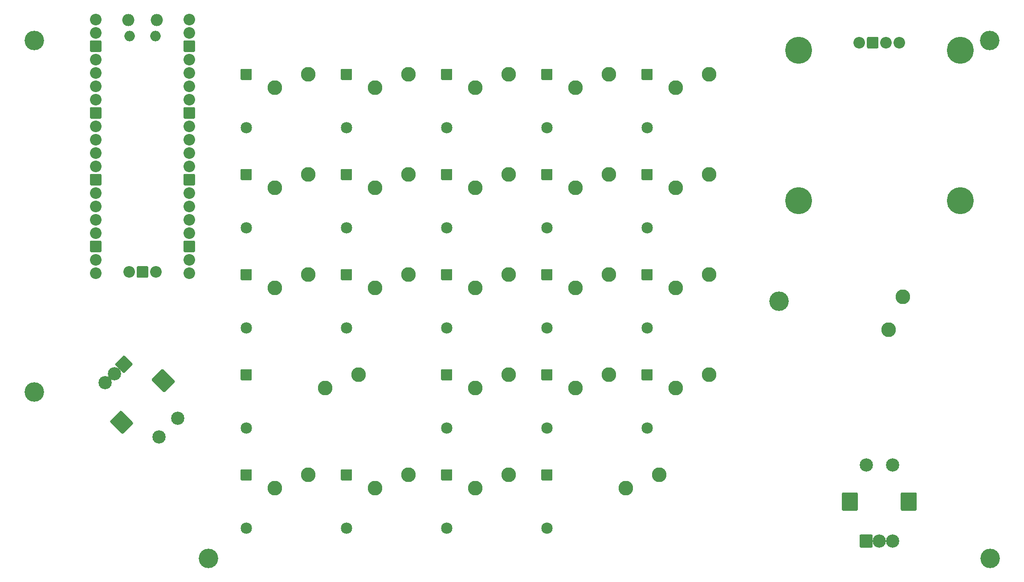
<source format=gbs>
%TF.GenerationSoftware,KiCad,Pcbnew,(5.1.10-1-10_14)*%
%TF.CreationDate,2021-11-02T16:22:22+01:00*%
%TF.ProjectId,blastpad,626c6173-7470-4616-942e-6b696361645f,rev?*%
%TF.SameCoordinates,Original*%
%TF.FileFunction,Soldermask,Bot*%
%TF.FilePolarity,Negative*%
%FSLAX46Y46*%
G04 Gerber Fmt 4.6, Leading zero omitted, Abs format (unit mm)*
G04 Created by KiCad (PCBNEW (5.1.10-1-10_14)) date 2021-11-02 16:22:22*
%MOMM*%
%LPD*%
G01*
G04 APERTURE LIST*
%ADD10C,3.708000*%
%ADD11C,2.159000*%
%ADD12C,2.208000*%
%ADD13C,5.128000*%
%ADD14O,2.208000X2.208000*%
%ADD15O,2.008000X2.008000*%
%ADD16O,2.308000X2.308000*%
%ADD17C,2.794000*%
%ADD18C,2.508000*%
G04 APERTURE END LIST*
D10*
%TO.C,M3*%
X512120000Y-127010000D03*
%TD*%
%TO.C,M3*%
X363542135Y-127010000D03*
%TD*%
D11*
%TO.C,D4:4*%
X446900000Y-45080000D03*
G36*
G01*
X447725500Y-35999500D02*
X446074500Y-35999500D01*
G75*
G02*
X445820500Y-35745500I0J254000D01*
G01*
X445820500Y-34094500D01*
G75*
G02*
X446074500Y-33840500I254000J0D01*
G01*
X447725500Y-33840500D01*
G75*
G02*
X447979500Y-34094500I0J-254000D01*
G01*
X447979500Y-35745500D01*
G75*
G02*
X447725500Y-35999500I-254000J0D01*
G01*
G37*
%TD*%
%TO.C,D4:3*%
X427850000Y-45080000D03*
G36*
G01*
X428675500Y-35999500D02*
X427024500Y-35999500D01*
G75*
G02*
X426770500Y-35745500I0J254000D01*
G01*
X426770500Y-34094500D01*
G75*
G02*
X427024500Y-33840500I254000J0D01*
G01*
X428675500Y-33840500D01*
G75*
G02*
X428929500Y-34094500I0J-254000D01*
G01*
X428929500Y-35745500D01*
G75*
G02*
X428675500Y-35999500I-254000J0D01*
G01*
G37*
%TD*%
%TO.C,D4:2*%
X408800000Y-45080000D03*
G36*
G01*
X409625500Y-35999500D02*
X407974500Y-35999500D01*
G75*
G02*
X407720500Y-35745500I0J254000D01*
G01*
X407720500Y-34094500D01*
G75*
G02*
X407974500Y-33840500I254000J0D01*
G01*
X409625500Y-33840500D01*
G75*
G02*
X409879500Y-34094500I0J-254000D01*
G01*
X409879500Y-35745500D01*
G75*
G02*
X409625500Y-35999500I-254000J0D01*
G01*
G37*
%TD*%
%TO.C,D4:1*%
X389750000Y-45080000D03*
G36*
G01*
X390575500Y-35999500D02*
X388924500Y-35999500D01*
G75*
G02*
X388670500Y-35745500I0J254000D01*
G01*
X388670500Y-34094500D01*
G75*
G02*
X388924500Y-33840500I254000J0D01*
G01*
X390575500Y-33840500D01*
G75*
G02*
X390829500Y-34094500I0J-254000D01*
G01*
X390829500Y-35745500D01*
G75*
G02*
X390575500Y-35999500I-254000J0D01*
G01*
G37*
%TD*%
%TO.C,D4:0*%
X370700000Y-45080000D03*
G36*
G01*
X371525500Y-35999500D02*
X369874500Y-35999500D01*
G75*
G02*
X369620500Y-35745500I0J254000D01*
G01*
X369620500Y-34094500D01*
G75*
G02*
X369874500Y-33840500I254000J0D01*
G01*
X371525500Y-33840500D01*
G75*
G02*
X371779500Y-34094500I0J-254000D01*
G01*
X371779500Y-35745500D01*
G75*
G02*
X371525500Y-35999500I-254000J0D01*
G01*
G37*
%TD*%
%TO.C,D3:4*%
X446900000Y-64130000D03*
G36*
G01*
X447725500Y-55049500D02*
X446074500Y-55049500D01*
G75*
G02*
X445820500Y-54795500I0J254000D01*
G01*
X445820500Y-53144500D01*
G75*
G02*
X446074500Y-52890500I254000J0D01*
G01*
X447725500Y-52890500D01*
G75*
G02*
X447979500Y-53144500I0J-254000D01*
G01*
X447979500Y-54795500D01*
G75*
G02*
X447725500Y-55049500I-254000J0D01*
G01*
G37*
%TD*%
%TO.C,D3:3*%
X427850000Y-64130000D03*
G36*
G01*
X428675500Y-55049500D02*
X427024500Y-55049500D01*
G75*
G02*
X426770500Y-54795500I0J254000D01*
G01*
X426770500Y-53144500D01*
G75*
G02*
X427024500Y-52890500I254000J0D01*
G01*
X428675500Y-52890500D01*
G75*
G02*
X428929500Y-53144500I0J-254000D01*
G01*
X428929500Y-54795500D01*
G75*
G02*
X428675500Y-55049500I-254000J0D01*
G01*
G37*
%TD*%
%TO.C,D3:2*%
X408800000Y-64130000D03*
G36*
G01*
X409625500Y-55049500D02*
X407974500Y-55049500D01*
G75*
G02*
X407720500Y-54795500I0J254000D01*
G01*
X407720500Y-53144500D01*
G75*
G02*
X407974500Y-52890500I254000J0D01*
G01*
X409625500Y-52890500D01*
G75*
G02*
X409879500Y-53144500I0J-254000D01*
G01*
X409879500Y-54795500D01*
G75*
G02*
X409625500Y-55049500I-254000J0D01*
G01*
G37*
%TD*%
%TO.C,D3:1*%
X389750000Y-64130000D03*
G36*
G01*
X390575500Y-55049500D02*
X388924500Y-55049500D01*
G75*
G02*
X388670500Y-54795500I0J254000D01*
G01*
X388670500Y-53144500D01*
G75*
G02*
X388924500Y-52890500I254000J0D01*
G01*
X390575500Y-52890500D01*
G75*
G02*
X390829500Y-53144500I0J-254000D01*
G01*
X390829500Y-54795500D01*
G75*
G02*
X390575500Y-55049500I-254000J0D01*
G01*
G37*
%TD*%
%TO.C,D3:0*%
X370700000Y-64130000D03*
G36*
G01*
X371525500Y-55049500D02*
X369874500Y-55049500D01*
G75*
G02*
X369620500Y-54795500I0J254000D01*
G01*
X369620500Y-53144500D01*
G75*
G02*
X369874500Y-52890500I254000J0D01*
G01*
X371525500Y-52890500D01*
G75*
G02*
X371779500Y-53144500I0J-254000D01*
G01*
X371779500Y-54795500D01*
G75*
G02*
X371525500Y-55049500I-254000J0D01*
G01*
G37*
%TD*%
%TO.C,D2:4*%
X446900000Y-83180000D03*
G36*
G01*
X447725500Y-74099500D02*
X446074500Y-74099500D01*
G75*
G02*
X445820500Y-73845500I0J254000D01*
G01*
X445820500Y-72194500D01*
G75*
G02*
X446074500Y-71940500I254000J0D01*
G01*
X447725500Y-71940500D01*
G75*
G02*
X447979500Y-72194500I0J-254000D01*
G01*
X447979500Y-73845500D01*
G75*
G02*
X447725500Y-74099500I-254000J0D01*
G01*
G37*
%TD*%
%TO.C,D2:3*%
X427850000Y-83180000D03*
G36*
G01*
X428675500Y-74099500D02*
X427024500Y-74099500D01*
G75*
G02*
X426770500Y-73845500I0J254000D01*
G01*
X426770500Y-72194500D01*
G75*
G02*
X427024500Y-71940500I254000J0D01*
G01*
X428675500Y-71940500D01*
G75*
G02*
X428929500Y-72194500I0J-254000D01*
G01*
X428929500Y-73845500D01*
G75*
G02*
X428675500Y-74099500I-254000J0D01*
G01*
G37*
%TD*%
%TO.C,D2:2*%
X408800000Y-83180000D03*
G36*
G01*
X409625500Y-74099500D02*
X407974500Y-74099500D01*
G75*
G02*
X407720500Y-73845500I0J254000D01*
G01*
X407720500Y-72194500D01*
G75*
G02*
X407974500Y-71940500I254000J0D01*
G01*
X409625500Y-71940500D01*
G75*
G02*
X409879500Y-72194500I0J-254000D01*
G01*
X409879500Y-73845500D01*
G75*
G02*
X409625500Y-74099500I-254000J0D01*
G01*
G37*
%TD*%
%TO.C,D2:1*%
X389750000Y-83180000D03*
G36*
G01*
X390575500Y-74099500D02*
X388924500Y-74099500D01*
G75*
G02*
X388670500Y-73845500I0J254000D01*
G01*
X388670500Y-72194500D01*
G75*
G02*
X388924500Y-71940500I254000J0D01*
G01*
X390575500Y-71940500D01*
G75*
G02*
X390829500Y-72194500I0J-254000D01*
G01*
X390829500Y-73845500D01*
G75*
G02*
X390575500Y-74099500I-254000J0D01*
G01*
G37*
%TD*%
%TO.C,D2:0*%
X370700000Y-83180000D03*
G36*
G01*
X371525500Y-74099500D02*
X369874500Y-74099500D01*
G75*
G02*
X369620500Y-73845500I0J254000D01*
G01*
X369620500Y-72194500D01*
G75*
G02*
X369874500Y-71940500I254000J0D01*
G01*
X371525500Y-71940500D01*
G75*
G02*
X371779500Y-72194500I0J-254000D01*
G01*
X371779500Y-73845500D01*
G75*
G02*
X371525500Y-74099500I-254000J0D01*
G01*
G37*
%TD*%
%TO.C,D1:4*%
X446900000Y-102230000D03*
G36*
G01*
X447725500Y-93149500D02*
X446074500Y-93149500D01*
G75*
G02*
X445820500Y-92895500I0J254000D01*
G01*
X445820500Y-91244500D01*
G75*
G02*
X446074500Y-90990500I254000J0D01*
G01*
X447725500Y-90990500D01*
G75*
G02*
X447979500Y-91244500I0J-254000D01*
G01*
X447979500Y-92895500D01*
G75*
G02*
X447725500Y-93149500I-254000J0D01*
G01*
G37*
%TD*%
%TO.C,D1:3*%
X427850000Y-102230000D03*
G36*
G01*
X428675500Y-93149500D02*
X427024500Y-93149500D01*
G75*
G02*
X426770500Y-92895500I0J254000D01*
G01*
X426770500Y-91244500D01*
G75*
G02*
X427024500Y-90990500I254000J0D01*
G01*
X428675500Y-90990500D01*
G75*
G02*
X428929500Y-91244500I0J-254000D01*
G01*
X428929500Y-92895500D01*
G75*
G02*
X428675500Y-93149500I-254000J0D01*
G01*
G37*
%TD*%
%TO.C,D1:2*%
X408800000Y-102230000D03*
G36*
G01*
X409625500Y-93149500D02*
X407974500Y-93149500D01*
G75*
G02*
X407720500Y-92895500I0J254000D01*
G01*
X407720500Y-91244500D01*
G75*
G02*
X407974500Y-90990500I254000J0D01*
G01*
X409625500Y-90990500D01*
G75*
G02*
X409879500Y-91244500I0J-254000D01*
G01*
X409879500Y-92895500D01*
G75*
G02*
X409625500Y-93149500I-254000J0D01*
G01*
G37*
%TD*%
%TO.C,D1:1*%
X370700000Y-102230000D03*
G36*
G01*
X371525500Y-93149500D02*
X369874500Y-93149500D01*
G75*
G02*
X369620500Y-92895500I0J254000D01*
G01*
X369620500Y-91244500D01*
G75*
G02*
X369874500Y-90990500I254000J0D01*
G01*
X371525500Y-90990500D01*
G75*
G02*
X371779500Y-91244500I0J-254000D01*
G01*
X371779500Y-92895500D01*
G75*
G02*
X371525500Y-93149500I-254000J0D01*
G01*
G37*
%TD*%
%TO.C,D0:4*%
X427850000Y-121280000D03*
G36*
G01*
X428675500Y-112199500D02*
X427024500Y-112199500D01*
G75*
G02*
X426770500Y-111945500I0J254000D01*
G01*
X426770500Y-110294500D01*
G75*
G02*
X427024500Y-110040500I254000J0D01*
G01*
X428675500Y-110040500D01*
G75*
G02*
X428929500Y-110294500I0J-254000D01*
G01*
X428929500Y-111945500D01*
G75*
G02*
X428675500Y-112199500I-254000J0D01*
G01*
G37*
%TD*%
%TO.C,D0:2*%
X408800000Y-121280000D03*
G36*
G01*
X409625500Y-112199500D02*
X407974500Y-112199500D01*
G75*
G02*
X407720500Y-111945500I0J254000D01*
G01*
X407720500Y-110294500D01*
G75*
G02*
X407974500Y-110040500I254000J0D01*
G01*
X409625500Y-110040500D01*
G75*
G02*
X409879500Y-110294500I0J-254000D01*
G01*
X409879500Y-111945500D01*
G75*
G02*
X409625500Y-112199500I-254000J0D01*
G01*
G37*
%TD*%
%TO.C,D0:1*%
X389750000Y-121280000D03*
G36*
G01*
X390575500Y-112199500D02*
X388924500Y-112199500D01*
G75*
G02*
X388670500Y-111945500I0J254000D01*
G01*
X388670500Y-110294500D01*
G75*
G02*
X388924500Y-110040500I254000J0D01*
G01*
X390575500Y-110040500D01*
G75*
G02*
X390829500Y-110294500I0J-254000D01*
G01*
X390829500Y-111945500D01*
G75*
G02*
X390575500Y-112199500I-254000J0D01*
G01*
G37*
%TD*%
%TO.C,D0:0*%
X370700000Y-121280000D03*
G36*
G01*
X371525500Y-112199500D02*
X369874500Y-112199500D01*
G75*
G02*
X369620500Y-111945500I0J254000D01*
G01*
X369620500Y-110294500D01*
G75*
G02*
X369874500Y-110040500I254000J0D01*
G01*
X371525500Y-110040500D01*
G75*
G02*
X371779500Y-110294500I0J-254000D01*
G01*
X371779500Y-111945500D01*
G75*
G02*
X371525500Y-112199500I-254000J0D01*
G01*
G37*
%TD*%
D10*
%TO.C,M3*%
X472000000Y-78100000D03*
%TD*%
%TO.C,M3*%
X512050000Y-28500000D03*
%TD*%
%TO.C,M3*%
X330400000Y-28500000D03*
%TD*%
%TO.C,M3*%
X330400000Y-95340000D03*
%TD*%
%TO.C,DISPLAY1*%
G36*
G01*
X488706000Y-29725000D02*
X488706000Y-28025000D01*
G75*
G02*
X488960000Y-27771000I254000J0D01*
G01*
X490660000Y-27771000D01*
G75*
G02*
X490914000Y-28025000I0J-254000D01*
G01*
X490914000Y-29725000D01*
G75*
G02*
X490660000Y-29979000I-254000J0D01*
G01*
X488960000Y-29979000D01*
G75*
G02*
X488706000Y-29725000I0J254000D01*
G01*
G37*
D12*
X492350000Y-28875000D03*
X494890000Y-28875000D03*
X487270000Y-28875000D03*
D13*
X475677400Y-30333000D03*
X506482600Y-30333000D03*
X506482600Y-58907000D03*
X475677400Y-58907000D03*
%TD*%
D14*
%TO.C,MCU1*%
X353540000Y-72500000D03*
G36*
G01*
X349896000Y-73350000D02*
X349896000Y-71650000D01*
G75*
G02*
X350150000Y-71396000I254000J0D01*
G01*
X351850000Y-71396000D01*
G75*
G02*
X352104000Y-71650000I0J-254000D01*
G01*
X352104000Y-73350000D01*
G75*
G02*
X351850000Y-73604000I-254000J0D01*
G01*
X350150000Y-73604000D01*
G75*
G02*
X349896000Y-73350000I0J254000D01*
G01*
G37*
X348460000Y-72500000D03*
D15*
X353425000Y-27630000D03*
X348575000Y-27630000D03*
D16*
X353725000Y-24600000D03*
X348275000Y-24600000D03*
D14*
X359890000Y-24470000D03*
X359890000Y-27010000D03*
G36*
G01*
X358786000Y-30400000D02*
X358786000Y-28700000D01*
G75*
G02*
X359040000Y-28446000I254000J0D01*
G01*
X360740000Y-28446000D01*
G75*
G02*
X360994000Y-28700000I0J-254000D01*
G01*
X360994000Y-30400000D01*
G75*
G02*
X360740000Y-30654000I-254000J0D01*
G01*
X359040000Y-30654000D01*
G75*
G02*
X358786000Y-30400000I0J254000D01*
G01*
G37*
X359890000Y-32090000D03*
X359890000Y-34630000D03*
X359890000Y-37170000D03*
X359890000Y-39710000D03*
G36*
G01*
X358786000Y-43100000D02*
X358786000Y-41400000D01*
G75*
G02*
X359040000Y-41146000I254000J0D01*
G01*
X360740000Y-41146000D01*
G75*
G02*
X360994000Y-41400000I0J-254000D01*
G01*
X360994000Y-43100000D01*
G75*
G02*
X360740000Y-43354000I-254000J0D01*
G01*
X359040000Y-43354000D01*
G75*
G02*
X358786000Y-43100000I0J254000D01*
G01*
G37*
X359890000Y-44790000D03*
X359890000Y-47330000D03*
X359890000Y-49870000D03*
X359890000Y-52410000D03*
G36*
G01*
X358786000Y-55800000D02*
X358786000Y-54100000D01*
G75*
G02*
X359040000Y-53846000I254000J0D01*
G01*
X360740000Y-53846000D01*
G75*
G02*
X360994000Y-54100000I0J-254000D01*
G01*
X360994000Y-55800000D01*
G75*
G02*
X360740000Y-56054000I-254000J0D01*
G01*
X359040000Y-56054000D01*
G75*
G02*
X358786000Y-55800000I0J254000D01*
G01*
G37*
X359890000Y-57490000D03*
X359890000Y-60030000D03*
X359890000Y-62570000D03*
X359890000Y-65110000D03*
G36*
G01*
X358786000Y-68500000D02*
X358786000Y-66800000D01*
G75*
G02*
X359040000Y-66546000I254000J0D01*
G01*
X360740000Y-66546000D01*
G75*
G02*
X360994000Y-66800000I0J-254000D01*
G01*
X360994000Y-68500000D01*
G75*
G02*
X360740000Y-68754000I-254000J0D01*
G01*
X359040000Y-68754000D01*
G75*
G02*
X358786000Y-68500000I0J254000D01*
G01*
G37*
X359890000Y-70190000D03*
X359890000Y-72730000D03*
X342110000Y-72730000D03*
X342110000Y-70190000D03*
G36*
G01*
X341006000Y-68500000D02*
X341006000Y-66800000D01*
G75*
G02*
X341260000Y-66546000I254000J0D01*
G01*
X342960000Y-66546000D01*
G75*
G02*
X343214000Y-66800000I0J-254000D01*
G01*
X343214000Y-68500000D01*
G75*
G02*
X342960000Y-68754000I-254000J0D01*
G01*
X341260000Y-68754000D01*
G75*
G02*
X341006000Y-68500000I0J254000D01*
G01*
G37*
X342110000Y-65110000D03*
X342110000Y-62570000D03*
X342110000Y-60030000D03*
X342110000Y-57490000D03*
G36*
G01*
X341006000Y-55800000D02*
X341006000Y-54100000D01*
G75*
G02*
X341260000Y-53846000I254000J0D01*
G01*
X342960000Y-53846000D01*
G75*
G02*
X343214000Y-54100000I0J-254000D01*
G01*
X343214000Y-55800000D01*
G75*
G02*
X342960000Y-56054000I-254000J0D01*
G01*
X341260000Y-56054000D01*
G75*
G02*
X341006000Y-55800000I0J254000D01*
G01*
G37*
X342110000Y-52410000D03*
X342110000Y-49870000D03*
X342110000Y-47330000D03*
X342110000Y-44790000D03*
G36*
G01*
X341006000Y-43100000D02*
X341006000Y-41400000D01*
G75*
G02*
X341260000Y-41146000I254000J0D01*
G01*
X342960000Y-41146000D01*
G75*
G02*
X343214000Y-41400000I0J-254000D01*
G01*
X343214000Y-43100000D01*
G75*
G02*
X342960000Y-43354000I-254000J0D01*
G01*
X341260000Y-43354000D01*
G75*
G02*
X341006000Y-43100000I0J254000D01*
G01*
G37*
X342110000Y-39710000D03*
X342110000Y-37170000D03*
X342110000Y-34630000D03*
X342110000Y-32090000D03*
G36*
G01*
X341006000Y-30400000D02*
X341006000Y-28700000D01*
G75*
G02*
X341260000Y-28446000I254000J0D01*
G01*
X342960000Y-28446000D01*
G75*
G02*
X343214000Y-28700000I0J-254000D01*
G01*
X343214000Y-30400000D01*
G75*
G02*
X342960000Y-30654000I-254000J0D01*
G01*
X341260000Y-30654000D01*
G75*
G02*
X341006000Y-30400000I0J254000D01*
G01*
G37*
X342110000Y-27010000D03*
X342110000Y-24470000D03*
%TD*%
D17*
%TO.C,SW0:0*%
X376190000Y-113660000D03*
X382540000Y-111120000D03*
%TD*%
%TO.C,SW0:1*%
X395240000Y-113660000D03*
X401590000Y-111120000D03*
%TD*%
%TO.C,SW0:2*%
X414290000Y-113660000D03*
X420640000Y-111120000D03*
%TD*%
%TO.C,SW0:4*%
X442865000Y-113660000D03*
X449215000Y-111120000D03*
%TD*%
%TO.C,SW1:1*%
X385715000Y-94610000D03*
X392065000Y-92070000D03*
%TD*%
%TO.C,SW1:2*%
X414290000Y-94610000D03*
X420640000Y-92070000D03*
%TD*%
%TO.C,SW1:3*%
X433340000Y-94610000D03*
X439690000Y-92070000D03*
%TD*%
%TO.C,SW1:4*%
X452390000Y-94610000D03*
X458740000Y-92070000D03*
%TD*%
%TO.C,SW2:0*%
X376190000Y-75560000D03*
X382540000Y-73020000D03*
%TD*%
%TO.C,SW2:1*%
X395240000Y-75560000D03*
X401590000Y-73020000D03*
%TD*%
%TO.C,SW2:2*%
X414290000Y-75560000D03*
X420640000Y-73020000D03*
%TD*%
%TO.C,SW2:3*%
X433340000Y-75560000D03*
X439690000Y-73020000D03*
%TD*%
%TO.C,SW2:4*%
X452390000Y-75560000D03*
X458740000Y-73020000D03*
%TD*%
%TO.C,SW3:0*%
X376190000Y-56510000D03*
X382540000Y-53970000D03*
%TD*%
%TO.C,SW3:1*%
X395240000Y-56510000D03*
X401590000Y-53970000D03*
%TD*%
%TO.C,SW3:2*%
X414290000Y-56510000D03*
X420640000Y-53970000D03*
%TD*%
%TO.C,SW3:3*%
X433340000Y-56510000D03*
X439690000Y-53970000D03*
%TD*%
%TO.C,SW3:4*%
X452390000Y-56510000D03*
X458740000Y-53970000D03*
%TD*%
%TO.C,SW4:0*%
X376190000Y-37460000D03*
X382540000Y-34920000D03*
%TD*%
%TO.C,SW4:1*%
X395240000Y-37460000D03*
X401590000Y-34920000D03*
%TD*%
%TO.C,SW4:2*%
X414290000Y-37460000D03*
X420640000Y-34920000D03*
%TD*%
%TO.C,SW4:3*%
X433340000Y-37460000D03*
X439690000Y-34920000D03*
%TD*%
%TO.C,SW4:4*%
X452390000Y-37460000D03*
X458740000Y-34920000D03*
%TD*%
%TO.C,SW:WHEEL1*%
X495540128Y-77201974D03*
X492846051Y-83488154D03*
%TD*%
%TO.C,EN1*%
G36*
G01*
X489550000Y-124954000D02*
X487550000Y-124954000D01*
G75*
G02*
X487296000Y-124700000I0J254000D01*
G01*
X487296000Y-122700000D01*
G75*
G02*
X487550000Y-122446000I254000J0D01*
G01*
X489550000Y-122446000D01*
G75*
G02*
X489804000Y-122700000I0J-254000D01*
G01*
X489804000Y-124700000D01*
G75*
G02*
X489550000Y-124954000I-254000J0D01*
G01*
G37*
D18*
X491050000Y-123700000D03*
X493550000Y-123700000D03*
G36*
G01*
X486700001Y-117954000D02*
X484199999Y-117954000D01*
G75*
G02*
X483946000Y-117700001I0J253999D01*
G01*
X483946000Y-114699999D01*
G75*
G02*
X484199999Y-114446000I253999J0D01*
G01*
X486700001Y-114446000D01*
G75*
G02*
X486954000Y-114699999I0J-253999D01*
G01*
X486954000Y-117700001D01*
G75*
G02*
X486700001Y-117954000I-253999J0D01*
G01*
G37*
G36*
G01*
X497900001Y-117954000D02*
X495399999Y-117954000D01*
G75*
G02*
X495146000Y-117700001I0J253999D01*
G01*
X495146000Y-114699999D01*
G75*
G02*
X495399999Y-114446000I253999J0D01*
G01*
X497900001Y-114446000D01*
G75*
G02*
X498154000Y-114699999I0J-253999D01*
G01*
X498154000Y-117700001D01*
G75*
G02*
X497900001Y-117954000I-253999J0D01*
G01*
G37*
X488550000Y-109200000D03*
X493550000Y-109200000D03*
%TD*%
%TO.C,EN2*%
G36*
G01*
X345856181Y-89895395D02*
X347270395Y-88481181D01*
G75*
G02*
X347629605Y-88481181I179605J-179605D01*
G01*
X349043819Y-89895395D01*
G75*
G02*
X349043819Y-90254605I-179605J-179605D01*
G01*
X347629605Y-91668819D01*
G75*
G02*
X347270395Y-91668819I-179605J179605D01*
G01*
X345856181Y-90254605D01*
G75*
G02*
X345856181Y-89895395I179605J179605D01*
G01*
G37*
X345682233Y-91842767D03*
X343914466Y-93610534D03*
G36*
G01*
X352821183Y-92829889D02*
X354588951Y-91062121D01*
G75*
G02*
X354948159Y-91062121I179604J-179604D01*
G01*
X357069481Y-93183443D01*
G75*
G02*
X357069481Y-93542651I-179604J-179604D01*
G01*
X355301713Y-95310419D01*
G75*
G02*
X354942505Y-95310419I-179604J179604D01*
G01*
X352821183Y-93189097D01*
G75*
G02*
X352821183Y-92829889I179604J179604D01*
G01*
G37*
G36*
G01*
X344901587Y-100749485D02*
X346669355Y-98981717D01*
G75*
G02*
X347028563Y-98981717I179604J-179604D01*
G01*
X349149885Y-101103039D01*
G75*
G02*
X349149885Y-101462247I-179604J-179604D01*
G01*
X347382117Y-103230015D01*
G75*
G02*
X347022909Y-103230015I-179604J179604D01*
G01*
X344901587Y-101108693D01*
G75*
G02*
X344901587Y-100749485I179604J179604D01*
G01*
G37*
X357703048Y-100328048D03*
X354167514Y-103863582D03*
%TD*%
M02*

</source>
